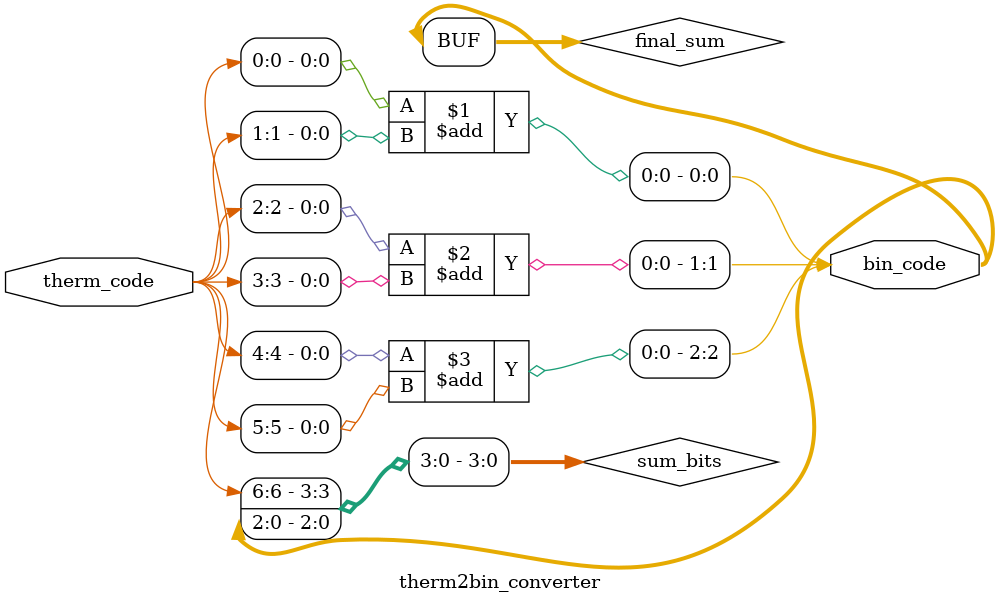
<source format=sv>
module therm2bin_converter #(parameter THERM_WIDTH = 7) (
    input  wire [THERM_WIDTH-1:0] therm_code,
    output wire [$clog2(THERM_WIDTH+1)-1:0] bin_code
);

    // Use parallel prefix adder for efficient counting
    wire [THERM_WIDTH-1:0] sum_bits;
    wire [$clog2(THERM_WIDTH+1)-1:0] final_sum;
    
    // First level: count pairs
    genvar i;
    generate
        for (i = 0; i < THERM_WIDTH/2; i = i + 1) begin : PAIR_COUNT
            assign sum_bits[i] = therm_code[2*i] + therm_code[2*i+1];
        end
        if (THERM_WIDTH % 2) begin
            assign sum_bits[THERM_WIDTH/2] = therm_code[THERM_WIDTH-1];
        end
    endgenerate
    
    // Second level: accumulate results
    assign final_sum = sum_bits[THERM_WIDTH-1:0];
    
    assign bin_code = final_sum;
endmodule
</source>
